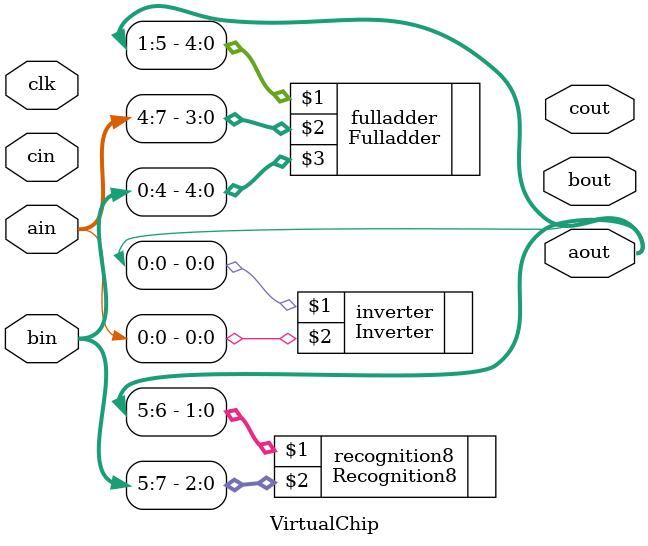
<source format=sv>
module VirtualChip(output [0:7]aout, bout, cout,
                   input clk, input  [0:7]ain, bin, cin);
// the clk is not a real pin on the chip, it simply mimics the analog part on the 
// real thing to provide the funtionality as an oscillator. 
// It should be connected to a clock from the FPGA system
Inverter inverter(aout[0], ain[0]);
RingOscillator ringOscillator(clk, ain[1:3]);
Fulladder fulladder(aout[1:5],ain[4:7],bin[0:4]);
Recognition8 recognition8(aout[5:6], bin[5:7]);
//LongRecognition longrecognition(aout[7],bout[0], cin[0:2]);

endmodule
</source>
